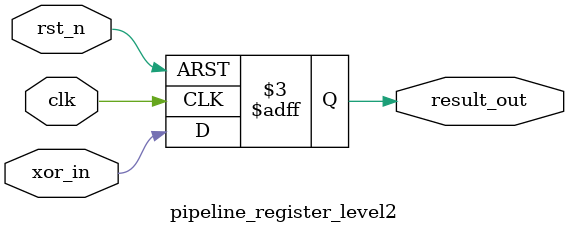
<source format=sv>
module and_xor_not_gate (
    input  wire clk,      // 时钟输入
    input  wire rst_n,    // 异步复位，低有效
    input  wire A, B, C,  // 数据输入A, B, C
    output wire Y         // 处理后的输出Y
);
    // 内部连线 - 子模块间的连接信号
    wire and_result;      // 第一级计算单元输出 - A与B的与操作结果
    wire not_c_result;    // 第一级计算单元输出 - C的非操作结果
    wire stage1_and;      // 第一级流水线寄存器输出 - 与操作结果
    wire stage1_not_c;    // 第一级流水线寄存器输出 - 非操作结果
    wire xor_result;      // 第二级计算单元输出 - 异或操作结果
    
    // 第一级组合逻辑计算单元
    logic_unit_level1 u_logic_level1 (
        .A(A),
        .B(B),
        .C(C),
        .and_result(and_result),
        .not_c_result(not_c_result)
    );
    
    // 第一级流水线寄存器单元
    pipeline_register_level1 u_pipe_reg_level1 (
        .clk(clk),
        .rst_n(rst_n),
        .and_in(and_result),
        .not_c_in(not_c_result),
        .and_out(stage1_and),
        .not_c_out(stage1_not_c)
    );
    
    // 第二级组合逻辑计算单元
    logic_unit_level2 u_logic_level2 (
        .and_in(stage1_and),
        .not_c_in(stage1_not_c),
        .xor_result(xor_result)
    );
    
    // 第二级流水线寄存器单元
    pipeline_register_level2 u_pipe_reg_level2 (
        .clk(clk),
        .rst_n(rst_n),
        .xor_in(xor_result),
        .result_out(Y)
    );
    
endmodule

// 第一级组合逻辑单元 - 实现AND和NOT操作
module logic_unit_level1 (
    input  wire A, B, C,       // 原始输入数据
    output wire and_result,    // A和B的与操作结果
    output wire not_c_result   // C的非操作结果
);
    // 实现基本逻辑运算
    assign and_result = A & B;    // 数据通路1: AND操作
    assign not_c_result = ~C;     // 数据通路2: NOT操作
endmodule

// 第一级流水线寄存器单元 - 存储第一级运算结果
module pipeline_register_level1 (
    input  wire clk,           // 时钟输入
    input  wire rst_n,         // 异步复位，低有效
    input  wire and_in,        // AND运算结果输入
    input  wire not_c_in,      // NOT运算结果输入
    output reg  and_out,       // 寄存后的AND结果
    output reg  not_c_out      // 寄存后的NOT结果
);
    // 时序逻辑 - 第一级流水线寄存器
    always @(posedge clk or negedge rst_n) begin
        if (!rst_n) begin
            and_out <= 1'b0;
            not_c_out <= 1'b0;
        end else begin
            and_out <= and_in;
            not_c_out <= not_c_in;
        end
    end
endmodule

// 第二级组合逻辑单元 - 实现XOR操作
module logic_unit_level2 (
    input  wire and_in,        // 第一级流水线输出的AND结果
    input  wire not_c_in,      // 第一级流水线输出的NOT结果
    output wire xor_result     // XOR运算结果
);
    // 实现XOR逻辑运算
    assign xor_result = and_in ^ not_c_in;  // 合并数据通路: XOR操作
endmodule

// 第二级流水线寄存器单元 - 存储最终结果
module pipeline_register_level2 (
    input  wire clk,           // 时钟输入
    input  wire rst_n,         // 异步复位，低有效
    input  wire xor_in,        // XOR运算结果输入
    output reg  result_out     // 最终处理结果输出
);
    // 时序逻辑 - 第二级流水线寄存器
    always @(posedge clk or negedge rst_n) begin
        if (!rst_n) begin
            result_out <= 1'b0;
        end else begin
            result_out <= xor_in;
        end
    end
endmodule
</source>
